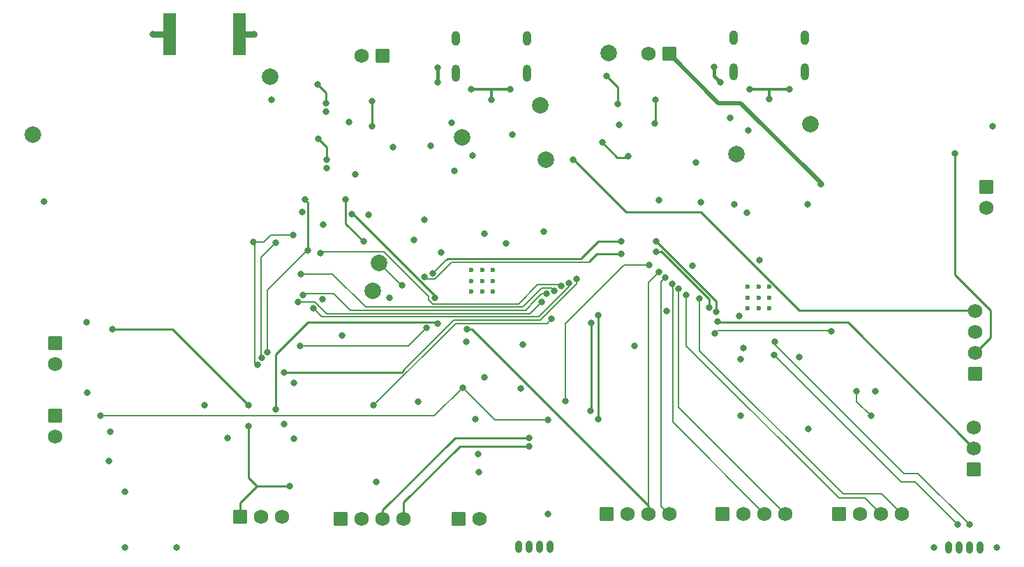
<source format=gbr>
%TF.GenerationSoftware,KiCad,Pcbnew,8.0.0*%
%TF.CreationDate,2024-04-26T20:31:40-04:00*%
%TF.ProjectId,Main board,4d61696e-2062-46f6-9172-642e6b696361,rev?*%
%TF.SameCoordinates,Original*%
%TF.FileFunction,Copper,L4,Bot*%
%TF.FilePolarity,Positive*%
%FSLAX46Y46*%
G04 Gerber Fmt 4.6, Leading zero omitted, Abs format (unit mm)*
G04 Created by KiCad (PCBNEW 8.0.0) date 2024-04-26 20:31:40*
%MOMM*%
%LPD*%
G01*
G04 APERTURE LIST*
G04 Aperture macros list*
%AMRoundRect*
0 Rectangle with rounded corners*
0 $1 Rounding radius*
0 $2 $3 $4 $5 $6 $7 $8 $9 X,Y pos of 4 corners*
0 Add a 4 corners polygon primitive as box body*
4,1,4,$2,$3,$4,$5,$6,$7,$8,$9,$2,$3,0*
0 Add four circle primitives for the rounded corners*
1,1,$1+$1,$2,$3*
1,1,$1+$1,$4,$5*
1,1,$1+$1,$6,$7*
1,1,$1+$1,$8,$9*
0 Add four rect primitives between the rounded corners*
20,1,$1+$1,$2,$3,$4,$5,0*
20,1,$1+$1,$4,$5,$6,$7,0*
20,1,$1+$1,$6,$7,$8,$9,0*
20,1,$1+$1,$8,$9,$2,$3,0*%
G04 Aperture macros list end*
%TA.AperFunction,ComponentPad*%
%ADD10C,0.600000*%
%TD*%
%TA.AperFunction,ComponentPad*%
%ADD11C,2.000000*%
%TD*%
%TA.AperFunction,ComponentPad*%
%ADD12RoundRect,0.250000X-0.620000X-0.620000X0.620000X-0.620000X0.620000X0.620000X-0.620000X0.620000X0*%
%TD*%
%TA.AperFunction,ComponentPad*%
%ADD13C,1.740000*%
%TD*%
%TA.AperFunction,ComponentPad*%
%ADD14RoundRect,0.250000X0.620000X0.620000X-0.620000X0.620000X-0.620000X-0.620000X0.620000X-0.620000X0*%
%TD*%
%TA.AperFunction,SMDPad,CuDef*%
%ADD15O,0.800000X1.500000*%
%TD*%
%TA.AperFunction,ComponentPad*%
%ADD16O,1.000000X2.100000*%
%TD*%
%TA.AperFunction,ComponentPad*%
%ADD17O,1.000000X1.800000*%
%TD*%
%TA.AperFunction,ComponentPad*%
%ADD18RoundRect,0.250000X-0.620000X0.620000X-0.620000X-0.620000X0.620000X-0.620000X0.620000X0.620000X0*%
%TD*%
%TA.AperFunction,SMDPad,CuDef*%
%ADD19R,1.500000X5.080000*%
%TD*%
%TA.AperFunction,ComponentPad*%
%ADD20RoundRect,0.250000X0.620000X-0.620000X0.620000X0.620000X-0.620000X0.620000X-0.620000X-0.620000X0*%
%TD*%
%TA.AperFunction,ViaPad*%
%ADD21C,0.800000*%
%TD*%
%TA.AperFunction,Conductor*%
%ADD22C,0.750000*%
%TD*%
%TA.AperFunction,Conductor*%
%ADD23C,0.250000*%
%TD*%
%TA.AperFunction,Conductor*%
%ADD24C,0.500000*%
%TD*%
%TA.AperFunction,Conductor*%
%ADD25C,0.400000*%
%TD*%
%TA.AperFunction,Conductor*%
%ADD26C,0.300000*%
%TD*%
%TA.AperFunction,Conductor*%
%ADD27C,0.200000*%
%TD*%
G04 APERTURE END LIST*
D10*
%TO.P,U7,57,GND*%
%TO.N,GND*%
X145793500Y-86606500D03*
X145793500Y-87881500D03*
X145793500Y-89156500D03*
X147068500Y-86606500D03*
X147068500Y-87881500D03*
X147068500Y-89156500D03*
X148343500Y-86606500D03*
X148343500Y-87881500D03*
X148343500Y-89156500D03*
%TD*%
D11*
%TO.P,TP5,1,1*%
%TO.N,+3V3*%
X87884000Y-61087000D03*
%TD*%
D12*
%TO.P,J18,1,Pin_1*%
%TO.N,+5V*%
X84210000Y-114500000D03*
D13*
%TO.P,J18,2,Pin_2*%
%TO.N,/PWM_MC*%
X86750000Y-114500000D03*
%TO.P,J18,3,Pin_3*%
%TO.N,GND*%
X89290000Y-114500000D03*
%TD*%
D14*
%TO.P,J16,1,Pin_1*%
%TO.N,+BATT*%
X136259500Y-58293000D03*
D13*
%TO.P,J16,2,Pin_2*%
%TO.N,GND*%
X133719500Y-58293000D03*
%TD*%
D12*
%TO.P,J5,1,Pin_1*%
%TO.N,+3V3*%
X156845000Y-114185000D03*
D13*
%TO.P,J5,2,Pin_2*%
%TO.N,GND*%
X159385000Y-114185000D03*
%TO.P,J5,3,Pin_3*%
%TO.N,/Ch.3A*%
X161925000Y-114185000D03*
%TO.P,J5,4,Pin_4*%
%TO.N,/Ch.3B*%
X164465000Y-114185000D03*
%TD*%
D10*
%TO.P,U1,57,GND*%
%TO.N,GND*%
X112268000Y-84572000D03*
X112268000Y-85847000D03*
X112268000Y-87122000D03*
X113543000Y-84572000D03*
X113543000Y-85847000D03*
X113543000Y-87122000D03*
X114818000Y-84572000D03*
X114818000Y-85847000D03*
X114818000Y-87122000D03*
%TD*%
D15*
%TO.P,J1,5,Pin_5*%
%TO.N,unconnected-(J1-Pin_5-Pad5)*%
X117983000Y-118122000D03*
%TO.P,J1,6,Pin_6*%
%TO.N,unconnected-(J1-Pin_6-Pad6)*%
X119253000Y-118122000D03*
%TO.P,J1,7,Pin_7*%
%TO.N,unconnected-(J1-Pin_7-Pad7)*%
X120523000Y-118122000D03*
%TO.P,J1,8,Pin_8*%
%TO.N,unconnected-(J1-Pin_8-Pad8)*%
X121793000Y-118122000D03*
%TD*%
D16*
%TO.P,J12,S1,SHIELD*%
%TO.N,GND*%
X152688000Y-60528999D03*
D17*
X152688000Y-56348999D03*
D16*
X144048000Y-60528999D03*
D17*
X144048000Y-56348999D03*
%TD*%
D11*
%TO.P,TP2,1,1*%
%TO.N,VBUS*%
X111125000Y-68453000D03*
%TD*%
D18*
%TO.P,J6,1,Pin_1*%
%TO.N,/LS2*%
X61750000Y-93460000D03*
D13*
%TO.P,J6,2,Pin_2*%
%TO.N,GND*%
X61750000Y-96000000D03*
%TD*%
D11*
%TO.P,TP8,1,1*%
%TO.N,+3V3_R*%
X128905000Y-58166000D03*
%TD*%
%TO.P,TP7,1,1*%
%TO.N,+5V_R*%
X121285000Y-71120000D03*
%TD*%
%TO.P,TP1,1,1*%
%TO.N,GND*%
X120650000Y-64516000D03*
%TD*%
%TO.P,TP6,1,1*%
%TO.N,+5V*%
X59035500Y-68107500D03*
%TD*%
D14*
%TO.P,J14,1,Pin_1*%
%TO.N,Net-(J14-Pin_1)*%
X101473000Y-58547000D03*
D13*
%TO.P,J14,2,Pin_2*%
%TO.N,GND*%
X98933000Y-58547000D03*
%TD*%
D19*
%TO.P,J8,2,Ext*%
%TO.N,GND*%
X75633000Y-55908500D03*
X84133000Y-55908500D03*
%TD*%
D11*
%TO.P,TP4,1,1*%
%TO.N,VCC*%
X144399000Y-70485000D03*
%TD*%
D15*
%TO.P,J9,5,Pin_5*%
%TO.N,unconnected-(J9-Pin_5-Pad5)*%
X170129200Y-118211600D03*
%TO.P,J9,6,Pin_6*%
%TO.N,unconnected-(J9-Pin_6-Pad6)*%
X171399200Y-118211600D03*
%TO.P,J9,7,Pin_7*%
%TO.N,unconnected-(J9-Pin_7-Pad7)*%
X172669200Y-118211600D03*
%TO.P,J9,8,Pin_8*%
%TO.N,unconnected-(J9-Pin_8-Pad8)*%
X173939200Y-118211600D03*
%TD*%
D11*
%TO.P,TP9,1,1*%
%TO.N,/SDA*%
X100330000Y-87082000D03*
%TD*%
D16*
%TO.P,J2,S1,SHIELD*%
%TO.N,GND*%
X119001000Y-60636000D03*
D17*
X119001000Y-56456000D03*
D16*
X110361000Y-60636000D03*
D17*
X110361000Y-56456000D03*
%TD*%
D20*
%TO.P,J10,1,Pin_1*%
%TO.N,+5V_R*%
X173228000Y-108712000D03*
D13*
%TO.P,J10,2,Pin_2*%
%TO.N,/PWM_EMRG_REL*%
X173228000Y-106172000D03*
%TO.P,J10,3,Pin_3*%
%TO.N,GND*%
X173228000Y-103632000D03*
%TD*%
D18*
%TO.P,J11,1,Pin_1*%
%TO.N,Net-(J11-Pin_1)*%
X174740000Y-74422000D03*
D13*
%TO.P,J11,2,Pin_2*%
%TO.N,Net-(J11-Pin_2)*%
X174740000Y-76962000D03*
%TD*%
D11*
%TO.P,TP10,1,1*%
%TO.N,/SCL*%
X101092000Y-83653000D03*
%TD*%
D12*
%TO.P,J15,1,Pin_1*%
%TO.N,Net-(J15-Pin_1)*%
X96420000Y-114750000D03*
D13*
%TO.P,J15,2,Pin_2*%
%TO.N,GND*%
X98960000Y-114750000D03*
%TO.P,J15,3,Pin_3*%
%TO.N,/STEP*%
X101500000Y-114750000D03*
%TO.P,J15,4,Pin_4*%
%TO.N,/DIR*%
X104040000Y-114750000D03*
%TD*%
D18*
%TO.P,J7,1,Pin_1*%
%TO.N,/LS1*%
X61750000Y-102210000D03*
D13*
%TO.P,J7,2,Pin_2*%
%TO.N,GND*%
X61750000Y-104750000D03*
%TD*%
D12*
%TO.P,J13,1,Pin_1*%
%TO.N,Net-(J13-Pin_1)*%
X110710000Y-114750000D03*
D13*
%TO.P,J13,2,Pin_2*%
%TO.N,Net-(J13-Pin_2)*%
X113250000Y-114750000D03*
%TD*%
D12*
%TO.P,J4,1,Pin_1*%
%TO.N,+3V3*%
X142748000Y-114185000D03*
D13*
%TO.P,J4,2,Pin_2*%
%TO.N,GND*%
X145288000Y-114185000D03*
%TO.P,J4,3,Pin_3*%
%TO.N,/Ch.2A*%
X147828000Y-114185000D03*
%TO.P,J4,4,Pin_4*%
%TO.N,/Ch.2B*%
X150368000Y-114185000D03*
%TD*%
D20*
%TO.P,J17,1,Pin_1*%
%TO.N,GND*%
X173380400Y-97180400D03*
D13*
%TO.P,J17,2,Pin_2*%
%TO.N,/CUT*%
X173380400Y-94640400D03*
%TO.P,J17,3,Pin_3*%
%TO.N,+3V3_R*%
X173380400Y-92100400D03*
%TO.P,J17,4,Pin_4*%
%TO.N,+5V_R*%
X173380400Y-89560400D03*
%TD*%
D12*
%TO.P,J3,1,Pin_1*%
%TO.N,+3V3*%
X128651000Y-114173000D03*
D13*
%TO.P,J3,2,Pin_2*%
%TO.N,GND*%
X131191000Y-114173000D03*
%TO.P,J3,3,Pin_3*%
%TO.N,/Ch.1A*%
X133731000Y-114173000D03*
%TO.P,J3,4,Pin_4*%
%TO.N,/Ch.1B*%
X136271000Y-114173000D03*
%TD*%
D11*
%TO.P,TP3,1,1*%
%TO.N,GND*%
X153416000Y-66802000D03*
%TD*%
D21*
%TO.N,GND*%
X144907000Y-95377000D03*
X139490000Y-71517999D03*
X145210000Y-93977000D03*
X105800000Y-100500000D03*
X97409000Y-66548000D03*
X90750000Y-105000000D03*
X111609000Y-93218000D03*
X168351200Y-118211600D03*
X102362000Y-87947000D03*
X106553000Y-78421000D03*
X134998500Y-76065500D03*
X140078500Y-76319500D03*
X153100000Y-103800000D03*
X94723000Y-72169503D03*
X113843000Y-97536000D03*
X118237000Y-98933000D03*
X70250000Y-111500000D03*
X113093500Y-106870500D03*
X175514000Y-67056000D03*
X135971000Y-89524500D03*
X153000000Y-76600000D03*
X60432500Y-76235500D03*
X94615000Y-65311503D03*
X112395000Y-70612000D03*
X98171000Y-72898000D03*
X68437000Y-104140000D03*
X73591500Y-55908500D03*
X109867000Y-66675000D03*
X139065000Y-84012843D03*
X102743000Y-69596000D03*
X94272527Y-79041617D03*
X112776000Y-102616000D03*
X105283000Y-80899000D03*
X145840000Y-67580999D03*
X70250000Y-118250000D03*
X68250000Y-107735462D03*
X145669000Y-77597000D03*
X79866000Y-100990000D03*
X90750000Y-98250000D03*
X107315000Y-69469000D03*
X121031000Y-79883000D03*
X117221000Y-68072000D03*
X85908500Y-55908500D03*
X113157000Y-109093000D03*
X130175000Y-66929000D03*
X94175000Y-88118000D03*
X143637000Y-66040000D03*
X144899500Y-102261000D03*
X76500000Y-118250000D03*
%TO.N,+3V3*%
X65560000Y-90920000D03*
X108623883Y-82400783D03*
X89500000Y-103250000D03*
X82661000Y-104941462D03*
X65699000Y-99416000D03*
X113843000Y-80137000D03*
X91731000Y-77535000D03*
X88011000Y-63881000D03*
X121539000Y-114173000D03*
X110189000Y-72470000D03*
X118491000Y-93599000D03*
X100750000Y-110250000D03*
X96527000Y-92527000D03*
X99822000Y-77851000D03*
X116459000Y-81280000D03*
%TO.N,+5V*%
X90250000Y-110750000D03*
X68750000Y-91750000D03*
X85250000Y-101000000D03*
X85250000Y-103500000D03*
%TO.N,+BATT*%
X154635200Y-74117200D03*
%TO.N,VBUS*%
X116963000Y-62608000D03*
X108204000Y-61722000D03*
X112264000Y-62608000D03*
X114681000Y-63881000D03*
X108204000Y-59982000D03*
%TO.N,VCC*%
X148380000Y-63770999D03*
X141732000Y-59918000D03*
X150793000Y-62627999D03*
X142494000Y-61722000D03*
X145967000Y-62627999D03*
%TO.N,/Ch.1A*%
X134992661Y-84823634D03*
X111679250Y-91746500D03*
%TO.N,/Ch.1B*%
X135760500Y-85463500D03*
%TO.N,/Ch.2A*%
X136643661Y-86220634D03*
%TO.N,/Ch.2B*%
X137411500Y-86860500D03*
%TO.N,/Ch.3A*%
X138300500Y-87622500D03*
%TO.N,/Ch.3B*%
X139930378Y-87982378D03*
%TO.N,/SCL*%
X103886000Y-86360000D03*
%TO.N,/LS1*%
X121539000Y-102743000D03*
X67250000Y-102250000D03*
X123698000Y-100457000D03*
X111209000Y-98806000D03*
X133855500Y-83939500D03*
%TO.N,/PWM_EMRG_REL*%
X142110500Y-90797500D03*
%TO.N,Net-(U1-GPIO4)*%
X130429000Y-81026000D03*
X107569000Y-84947500D03*
%TO.N,/CROSS_PRIMTX_REDRX*%
X141983500Y-89654500D03*
X134635701Y-81026000D03*
%TO.N,Net-(U1-GPIO5)*%
X130429000Y-82550000D03*
X106553000Y-85347500D03*
%TO.N,/CROSS_PRIMRX_REDTX*%
X134686698Y-82296000D03*
X141094500Y-89146500D03*
%TO.N,Net-(U5-PG)*%
X94615000Y-64312000D03*
X93599000Y-62026000D03*
%TO.N,Net-(U11-PG)*%
X94723000Y-71170000D03*
X93707000Y-68630000D03*
%TO.N,Net-(U12-PG)*%
X130045000Y-64352999D03*
X128651000Y-60960000D03*
%TO.N,Net-(U13-PG)*%
X131318000Y-70739000D03*
X128132018Y-69080133D03*
%TO.N,/SPI0_POCI*%
X86280443Y-96065829D03*
X85852000Y-81153000D03*
X90678000Y-80288000D03*
%TO.N,/SPI0_SCK*%
X86792892Y-95207108D03*
X99187000Y-81088500D03*
X97028000Y-76011000D03*
X88500000Y-81250000D03*
%TO.N,/SPI0_PICO*%
X92456000Y-82169000D03*
X87500000Y-94500000D03*
X92075000Y-76011000D03*
%TO.N,/SPIO_CS_IMU*%
X107823000Y-87946500D03*
X97790000Y-77724000D03*
%TO.N,/LS2*%
X106807000Y-91567000D03*
X91500000Y-93750000D03*
%TO.N,/PWM_MC*%
X108125967Y-91076227D03*
X88500000Y-101500000D03*
%TO.N,/TXEN*%
X124118015Y-86115795D03*
X93069347Y-89180653D03*
%TO.N,/SW*%
X120750000Y-88463500D03*
X91233470Y-88424044D03*
%TO.N,/DIO1*%
X121386040Y-87448046D03*
X91800000Y-87600000D03*
%TO.N,/~{RST}*%
X93980000Y-82487500D03*
X123190000Y-86487000D03*
%TO.N,/BUSY*%
X122322587Y-87098926D03*
X91600000Y-85000000D03*
%TO.N,/TIMEPULSE*%
X124989164Y-85625791D03*
X89500000Y-97000000D03*
%TO.N,/SWD_R*%
X149055000Y-93218000D03*
X172669200Y-115469200D03*
%TO.N,/SWCLK_R*%
X171272200Y-115417600D03*
X148984025Y-94855975D03*
%TO.N,/CUT*%
X155956000Y-91948000D03*
X141750000Y-92250000D03*
X170942000Y-70358000D03*
%TO.N,/SPI0_CS_SD*%
X100358870Y-101000000D03*
X122000000Y-90500000D03*
%TO.N,+3V3_R*%
X144777500Y-90162500D03*
X175971200Y-118211600D03*
X132000000Y-93750000D03*
X147193000Y-83312000D03*
X144145000Y-76573500D03*
X151993000Y-95123000D03*
X161250000Y-99250000D03*
%TO.N,Net-(U14-PR1)*%
X100203000Y-64008000D03*
X100191000Y-67132062D03*
%TO.N,Net-(U15-PR1)*%
X134620000Y-63881000D03*
X134493000Y-66791000D03*
%TO.N,/STEP*%
X126746000Y-101600000D03*
X119253000Y-104902000D03*
X126800000Y-91000000D03*
%TO.N,/DIR*%
X127600000Y-90000000D03*
X119253000Y-105918000D03*
X127635000Y-102616000D03*
%TO.N,+5V_R*%
X124587000Y-71120000D03*
%TO.N,/SPI0_CS_SD_R*%
X159000000Y-99250000D03*
X160750000Y-102250000D03*
%TD*%
D22*
%TO.N,GND*%
X73591500Y-55908500D02*
X75633000Y-55908500D01*
X85908500Y-55908500D02*
X84133000Y-55908500D01*
D23*
%TO.N,+5V*%
X86250000Y-110750000D02*
X84210000Y-112790000D01*
X90250000Y-110750000D02*
X86250000Y-110750000D01*
X76000000Y-91750000D02*
X68750000Y-91750000D01*
X85250000Y-101000000D02*
X76000000Y-91750000D01*
X86250000Y-110750000D02*
X85250000Y-109750000D01*
X84210000Y-112790000D02*
X84210000Y-114500000D01*
X85250000Y-109750000D02*
X85250000Y-103500000D01*
D24*
%TO.N,+BATT*%
X142228500Y-64262000D02*
X144932400Y-64262000D01*
X136259500Y-58293000D02*
X142228500Y-64262000D01*
X144932400Y-64262000D02*
X154635200Y-73964800D01*
X154635200Y-73964800D02*
X154635200Y-74117200D01*
D25*
%TO.N,VBUS*%
X108204000Y-59982000D02*
X108204000Y-61722000D01*
D26*
X114681000Y-62608000D02*
X114681000Y-63881000D01*
X114681000Y-62608000D02*
X116963000Y-62608000D01*
X112264000Y-62608000D02*
X114681000Y-62608000D01*
D25*
%TO.N,VCC*%
X141732000Y-60960000D02*
X142494000Y-61722000D01*
D26*
X148380000Y-62754999D02*
X148507000Y-62627999D01*
D25*
X141732000Y-59918000D02*
X141732000Y-60960000D01*
D26*
X148380000Y-63770999D02*
X148380000Y-62754999D01*
X148507000Y-62627999D02*
X150793000Y-62627999D01*
X145967000Y-62627999D02*
X148507000Y-62627999D01*
D23*
%TO.N,/Ch.1A*%
X133731000Y-113149988D02*
X133731000Y-114173000D01*
D27*
X133731000Y-86085295D02*
X133731000Y-114173000D01*
D23*
X112327512Y-91746500D02*
X133731000Y-113149988D01*
D27*
X134992661Y-84823634D02*
X133731000Y-86085295D01*
D23*
X111679250Y-91746500D02*
X112327512Y-91746500D01*
D27*
%TO.N,/Ch.1B*%
X135250000Y-85974000D02*
X135250000Y-113250000D01*
X135250000Y-113250000D02*
X136173000Y-114173000D01*
X135760500Y-85463500D02*
X135250000Y-85974000D01*
%TO.N,/Ch.2A*%
X136671000Y-103028000D02*
X147828000Y-114185000D01*
X136671000Y-86247973D02*
X136671000Y-103028000D01*
X136643661Y-86220634D02*
X136671000Y-86247973D01*
%TO.N,/Ch.2B*%
X137411500Y-101228500D02*
X150368000Y-114185000D01*
X137411500Y-86860500D02*
X137411500Y-101228500D01*
%TO.N,/Ch.3A*%
X138300500Y-87622500D02*
X138300500Y-93723500D01*
X138300500Y-93723500D02*
X156827000Y-112250000D01*
X156827000Y-112250000D02*
X159990000Y-112250000D01*
X159990000Y-112250000D02*
X161925000Y-114185000D01*
%TO.N,/Ch.3B*%
X162030000Y-111750000D02*
X164465000Y-114185000D01*
X157343000Y-111750000D02*
X162030000Y-111750000D01*
X139930378Y-94337378D02*
X157343000Y-111750000D01*
X139930378Y-87982378D02*
X139930378Y-94337378D01*
%TO.N,/SCL*%
X103799000Y-86360000D02*
X103886000Y-86360000D01*
X101092000Y-83653000D02*
X103799000Y-86360000D01*
%TO.N,/LS1*%
X111209000Y-98806000D02*
X115146000Y-102743000D01*
X115146000Y-102743000D02*
X121539000Y-102743000D01*
X111209000Y-98806000D02*
X107765000Y-102250000D01*
X107765000Y-102250000D02*
X67250000Y-102250000D01*
X123698000Y-91052000D02*
X130810500Y-83939500D01*
X123698000Y-100457000D02*
X123698000Y-91052000D01*
X130810500Y-83939500D02*
X133855500Y-83939500D01*
%TO.N,/PWM_EMRG_REL*%
X142110500Y-90797500D02*
X142175500Y-90862500D01*
D23*
X157943500Y-90887500D02*
X142200500Y-90887500D01*
X173228000Y-106172000D02*
X157943500Y-90887500D01*
X142200500Y-90887500D02*
X142110500Y-90797500D01*
%TO.N,Net-(U1-GPIO4)*%
X127622000Y-81026000D02*
X125585000Y-83063000D01*
X125585000Y-83203000D02*
X109313500Y-83203000D01*
X109313500Y-83203000D02*
X109288500Y-83228000D01*
X127622000Y-81026000D02*
X130429000Y-81026000D01*
D27*
X109288500Y-83228000D02*
X107569000Y-84947500D01*
D23*
%TO.N,/CROSS_PRIMTX_REDRX*%
X134635701Y-81026000D02*
X141544500Y-87934799D01*
X141544500Y-87950500D02*
X141560201Y-87950500D01*
X141983500Y-88373799D02*
X141983500Y-89654500D01*
X141560201Y-87950500D02*
X141983500Y-88373799D01*
X141544500Y-87934799D02*
X141544500Y-87950500D01*
D27*
%TO.N,Net-(U1-GPIO5)*%
X109878450Y-83628000D02*
X107858950Y-85647500D01*
D23*
X127495000Y-82550000D02*
X126557000Y-83488000D01*
D27*
X107858950Y-85647500D02*
X106853000Y-85647500D01*
X126492000Y-83628000D02*
X109878450Y-83628000D01*
D23*
X127495000Y-82550000D02*
X130429000Y-82550000D01*
D27*
X106853000Y-85647500D02*
X106553000Y-85347500D01*
D23*
%TO.N,/CROSS_PRIMRX_REDTX*%
X141094500Y-88121195D02*
X141094500Y-89146500D01*
X135255000Y-82296000D02*
X135262153Y-82288847D01*
X134686698Y-82296000D02*
X135255000Y-82296000D01*
X135262153Y-82288847D02*
X141094500Y-88121195D01*
%TO.N,Net-(U5-PG)*%
X93599000Y-62026000D02*
X94615000Y-63042000D01*
X94615000Y-63042000D02*
X94615000Y-64312000D01*
%TO.N,Net-(U11-PG)*%
X93707000Y-68630000D02*
X94723000Y-69646000D01*
X94723000Y-69646000D02*
X94723000Y-71170000D01*
%TO.N,Net-(U12-PG)*%
X128651000Y-60960000D02*
X130045000Y-62354000D01*
X130045000Y-62354000D02*
X130045000Y-64352999D01*
%TO.N,Net-(U13-PG)*%
X128135133Y-69080133D02*
X129921000Y-70866000D01*
X128132018Y-69080133D02*
X128135133Y-69080133D01*
X131191000Y-70866000D02*
X131318000Y-70739000D01*
X129921000Y-70866000D02*
X131191000Y-70866000D01*
D27*
%TO.N,/SPI0_POCI*%
X86280443Y-96065829D02*
X86000000Y-95785386D01*
X86000000Y-95785386D02*
X86000000Y-81301000D01*
X87962000Y-80288000D02*
X87097000Y-81153000D01*
X87097000Y-81153000D02*
X85852000Y-81153000D01*
X86000000Y-81301000D02*
X85852000Y-81153000D01*
X90678000Y-80288000D02*
X87962000Y-80288000D01*
%TO.N,/SPI0_SCK*%
X86792892Y-95207108D02*
X86750000Y-95164216D01*
D23*
X97028000Y-76011000D02*
X97028000Y-78929500D01*
D27*
X86750000Y-83000000D02*
X88500000Y-81250000D01*
X86750000Y-95164216D02*
X86750000Y-83000000D01*
D23*
X97028000Y-78929500D02*
X99187000Y-81088500D01*
D27*
%TO.N,/SPI0_PICO*%
X92456000Y-82169000D02*
X92331000Y-82169000D01*
D23*
X92456000Y-82169000D02*
X92456000Y-76392000D01*
D27*
X92331000Y-82169000D02*
X87500000Y-87000000D01*
X87500000Y-87000000D02*
X87500000Y-94500000D01*
D23*
X92456000Y-76392000D02*
X92075000Y-76011000D01*
%TO.N,/SPIO_CS_IMU*%
X107823000Y-87642805D02*
X107823000Y-87946500D01*
X97790000Y-77724000D02*
X97904195Y-77724000D01*
X97904195Y-77724000D02*
X107823000Y-87642805D01*
D27*
%TO.N,/LS2*%
X104624000Y-93750000D02*
X106807000Y-91567000D01*
X91500000Y-93750000D02*
X104624000Y-93750000D01*
D23*
%TO.N,/PWM_MC*%
X107891740Y-90842000D02*
X92408000Y-90842000D01*
X108125967Y-91076227D02*
X107891740Y-90842000D01*
X88500000Y-94750000D02*
X88500000Y-101500000D01*
X92408000Y-90842000D02*
X88500000Y-94750000D01*
D27*
%TO.N,/TXEN*%
X124118015Y-86115795D02*
X124118015Y-86548935D01*
X94135194Y-90246500D02*
X93069347Y-89180653D01*
X120420450Y-90246500D02*
X94135194Y-90246500D01*
X124118015Y-86548935D02*
X120420450Y-90246500D01*
%TO.N,/SW*%
X91257514Y-88400000D02*
X93278644Y-88400000D01*
X119376166Y-89837334D02*
X120750000Y-88463500D01*
X93278644Y-88400000D02*
X94725144Y-89846500D01*
X119376166Y-89846500D02*
X119376166Y-89837334D01*
X91233470Y-88424044D02*
X91257514Y-88400000D01*
X94725144Y-89846500D02*
X119376166Y-89846500D01*
%TO.N,/DIO1*%
X95546000Y-87418000D02*
X97574500Y-89446500D01*
X120050000Y-88173550D02*
X120775504Y-87448046D01*
X120775504Y-87448046D02*
X121386040Y-87448046D01*
X97574500Y-89446500D02*
X118803500Y-89446500D01*
X91982000Y-87418000D02*
X95546000Y-87418000D01*
X118803500Y-89446500D02*
X120050000Y-88200000D01*
X120050000Y-88200000D02*
X120050000Y-88173550D01*
X91800000Y-87600000D02*
X91982000Y-87418000D01*
%TO.N,/~{RST}*%
X120276954Y-86348046D02*
X123051046Y-86348046D01*
X107533050Y-88646500D02*
X117978500Y-88646500D01*
X123051046Y-86348046D02*
X123190000Y-86487000D01*
X117978500Y-88646500D02*
X120276954Y-86348046D01*
X93980000Y-82487500D02*
X94114500Y-82353000D01*
X94114500Y-82353000D02*
X101630478Y-82353000D01*
X107061000Y-87783522D02*
X107061000Y-88174450D01*
X107061000Y-88174450D02*
X107533050Y-88646500D01*
X101630478Y-82353000D02*
X107061000Y-87783522D01*
%TO.N,/BUSY*%
X91600000Y-85000000D02*
X95414000Y-85000000D01*
X95414000Y-85000000D02*
X99460500Y-89046500D01*
X121971707Y-86748046D02*
X122322587Y-87098926D01*
X118453500Y-89046500D02*
X120751954Y-86748046D01*
X120751954Y-86748046D02*
X121971707Y-86748046D01*
X99460500Y-89046500D02*
X118453500Y-89046500D01*
%TO.N,/TIMEPULSE*%
X110111330Y-90646500D02*
X120586135Y-90646500D01*
X104007830Y-96750000D02*
X110111330Y-90646500D01*
X124989164Y-86243472D02*
X124989164Y-85625791D01*
D23*
X89551314Y-96948686D02*
X103809144Y-96948686D01*
D27*
X120586135Y-90646500D02*
X124989164Y-86243472D01*
D23*
X89500000Y-97000000D02*
X89551314Y-96948686D01*
X103809144Y-96948686D02*
X104007830Y-96750000D01*
D27*
%TO.N,/SWD_R*%
X164720000Y-109220000D02*
X149055000Y-93555000D01*
X166420000Y-109220000D02*
X164720000Y-109220000D01*
X172669200Y-115469200D02*
X166420000Y-109220000D01*
X149055000Y-93555000D02*
X149055000Y-93218000D01*
%TO.N,/SWCLK_R*%
X171217600Y-115417600D02*
X171272200Y-115417600D01*
X164364050Y-110236000D02*
X166036000Y-110236000D01*
X148984025Y-94855975D02*
X164364050Y-110236000D01*
X166036000Y-110236000D02*
X171217600Y-115417600D01*
D23*
%TO.N,/CUT*%
X170942000Y-70358000D02*
X170942000Y-85142000D01*
X170942000Y-85142000D02*
X175260000Y-89460000D01*
X175260000Y-89460000D02*
X175260000Y-92760800D01*
D27*
X155956000Y-91875500D02*
X155956000Y-91948000D01*
X141750000Y-92250000D02*
X142124500Y-91875500D01*
X142124500Y-91875500D02*
X155956000Y-91875500D01*
D23*
X175260000Y-92760800D02*
X173380400Y-94640400D01*
D27*
%TO.N,/SPI0_CS_SD*%
X100379435Y-101000000D02*
X110332935Y-91046500D01*
X100358870Y-101000000D02*
X100379435Y-101000000D01*
X110332935Y-91046500D02*
X121453500Y-91046500D01*
X121453500Y-91046500D02*
X122000000Y-90500000D01*
D23*
%TO.N,Net-(U14-PR1)*%
X100203000Y-67120062D02*
X100191000Y-67132062D01*
X100203000Y-64008000D02*
X100203000Y-67120062D01*
%TO.N,Net-(U15-PR1)*%
X134620000Y-66664000D02*
X134493000Y-66791000D01*
X134620000Y-63881000D02*
X134620000Y-66664000D01*
%TO.N,/STEP*%
X101500000Y-113700000D02*
X110298000Y-104902000D01*
X126800000Y-91000000D02*
X126800000Y-101546000D01*
X126800000Y-101546000D02*
X126746000Y-101600000D01*
X101500000Y-114750000D02*
X101500000Y-113700000D01*
X110298000Y-104902000D02*
X119253000Y-104902000D01*
%TO.N,/DIR*%
X127600000Y-102581000D02*
X127635000Y-102616000D01*
X127600000Y-90000000D02*
X127600000Y-102581000D01*
X104040000Y-112760000D02*
X110882000Y-105918000D01*
X110882000Y-105918000D02*
X119253000Y-105918000D01*
X104040000Y-114750000D02*
X104040000Y-112760000D01*
%TO.N,+5V_R*%
X152028884Y-89408000D02*
X173228000Y-89408000D01*
X124714000Y-71120000D02*
X131064000Y-77470000D01*
X124587000Y-71120000D02*
X124714000Y-71120000D01*
X140090884Y-77470000D02*
X152028884Y-89408000D01*
X131064000Y-77470000D02*
X140090884Y-77470000D01*
D27*
%TO.N,/SPI0_CS_SD_R*%
X159000000Y-99250000D02*
X159000000Y-100500000D01*
X159000000Y-100500000D02*
X160750000Y-102250000D01*
%TD*%
M02*

</source>
